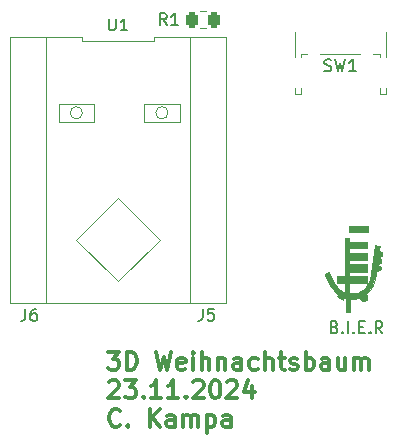
<source format=gto>
G04 #@! TF.GenerationSoftware,KiCad,Pcbnew,8.0.6*
G04 #@! TF.CreationDate,2024-11-23T11:54:57+01:00*
G04 #@! TF.ProjectId,ChristmasTreeBrain,43687269-7374-46d6-9173-547265654272,rev?*
G04 #@! TF.SameCoordinates,Original*
G04 #@! TF.FileFunction,Legend,Top*
G04 #@! TF.FilePolarity,Positive*
%FSLAX46Y46*%
G04 Gerber Fmt 4.6, Leading zero omitted, Abs format (unit mm)*
G04 Created by KiCad (PCBNEW 8.0.6) date 2024-11-23 11:54:57*
%MOMM*%
%LPD*%
G01*
G04 APERTURE LIST*
G04 Aperture macros list*
%AMRoundRect*
0 Rectangle with rounded corners*
0 $1 Rounding radius*
0 $2 $3 $4 $5 $6 $7 $8 $9 X,Y pos of 4 corners*
0 Add a 4 corners polygon primitive as box body*
4,1,4,$2,$3,$4,$5,$6,$7,$8,$9,$2,$3,0*
0 Add four circle primitives for the rounded corners*
1,1,$1+$1,$2,$3*
1,1,$1+$1,$4,$5*
1,1,$1+$1,$6,$7*
1,1,$1+$1,$8,$9*
0 Add four rect primitives between the rounded corners*
20,1,$1+$1,$2,$3,$4,$5,0*
20,1,$1+$1,$4,$5,$6,$7,0*
20,1,$1+$1,$6,$7,$8,$9,0*
20,1,$1+$1,$8,$9,$2,$3,0*%
G04 Aperture macros list end*
%ADD10C,0.100000*%
%ADD11C,0.150000*%
%ADD12C,0.200000*%
%ADD13C,0.300000*%
%ADD14C,0.010000*%
%ADD15C,0.120000*%
%ADD16C,2.100000*%
%ADD17C,1.750000*%
%ADD18O,2.000000X1.400000*%
%ADD19RoundRect,0.250000X0.262500X0.450000X-0.262500X0.450000X-0.262500X-0.450000X0.262500X-0.450000X0*%
%ADD20R,1.700000X1.700000*%
%ADD21O,1.700000X1.700000*%
G04 APERTURE END LIST*
D10*
X188360000Y-51570000D02*
G75*
G02*
X187320000Y-51570000I-520000J0D01*
G01*
X187320000Y-51570000D02*
G75*
G02*
X188360000Y-51570000I520000J0D01*
G01*
X195610000Y-51570000D02*
G75*
G02*
X194570000Y-51570000I-520000J0D01*
G01*
X194570000Y-51570000D02*
G75*
G02*
X195610000Y-51570000I520000J0D01*
G01*
X193590000Y-50820000D02*
X196590000Y-50820000D01*
X196590000Y-52320000D01*
X193590000Y-52320000D01*
X193590000Y-50820000D01*
X186350000Y-50820000D02*
X189350000Y-50820000D01*
X189350000Y-52320000D01*
X186350000Y-52320000D01*
X186350000Y-50820000D01*
X194913301Y-62317767D02*
X191377767Y-65853301D01*
X187842233Y-62317767D01*
X191377767Y-58782233D01*
X194913301Y-62317767D01*
D11*
X183532493Y-68179819D02*
X183532493Y-68894104D01*
X183532493Y-68894104D02*
X183484874Y-69036961D01*
X183484874Y-69036961D02*
X183389636Y-69132200D01*
X183389636Y-69132200D02*
X183246779Y-69179819D01*
X183246779Y-69179819D02*
X183151541Y-69179819D01*
X184437255Y-68179819D02*
X184246779Y-68179819D01*
X184246779Y-68179819D02*
X184151541Y-68227438D01*
X184151541Y-68227438D02*
X184103922Y-68275057D01*
X184103922Y-68275057D02*
X184008684Y-68417914D01*
X184008684Y-68417914D02*
X183961065Y-68608390D01*
X183961065Y-68608390D02*
X183961065Y-68989342D01*
X183961065Y-68989342D02*
X184008684Y-69084580D01*
X184008684Y-69084580D02*
X184056303Y-69132200D01*
X184056303Y-69132200D02*
X184151541Y-69179819D01*
X184151541Y-69179819D02*
X184342017Y-69179819D01*
X184342017Y-69179819D02*
X184437255Y-69132200D01*
X184437255Y-69132200D02*
X184484874Y-69084580D01*
X184484874Y-69084580D02*
X184532493Y-68989342D01*
X184532493Y-68989342D02*
X184532493Y-68751247D01*
X184532493Y-68751247D02*
X184484874Y-68656009D01*
X184484874Y-68656009D02*
X184437255Y-68608390D01*
X184437255Y-68608390D02*
X184342017Y-68560771D01*
X184342017Y-68560771D02*
X184151541Y-68560771D01*
X184151541Y-68560771D02*
X184056303Y-68608390D01*
X184056303Y-68608390D02*
X184008684Y-68656009D01*
X184008684Y-68656009D02*
X183961065Y-68751247D01*
X198532493Y-68159819D02*
X198532493Y-68874104D01*
X198532493Y-68874104D02*
X198484874Y-69016961D01*
X198484874Y-69016961D02*
X198389636Y-69112200D01*
X198389636Y-69112200D02*
X198246779Y-69159819D01*
X198246779Y-69159819D02*
X198151541Y-69159819D01*
X199484874Y-68159819D02*
X199008684Y-68159819D01*
X199008684Y-68159819D02*
X198961065Y-68636009D01*
X198961065Y-68636009D02*
X199008684Y-68588390D01*
X199008684Y-68588390D02*
X199103922Y-68540771D01*
X199103922Y-68540771D02*
X199342017Y-68540771D01*
X199342017Y-68540771D02*
X199437255Y-68588390D01*
X199437255Y-68588390D02*
X199484874Y-68636009D01*
X199484874Y-68636009D02*
X199532493Y-68731247D01*
X199532493Y-68731247D02*
X199532493Y-68969342D01*
X199532493Y-68969342D02*
X199484874Y-69064580D01*
X199484874Y-69064580D02*
X199437255Y-69112200D01*
X199437255Y-69112200D02*
X199342017Y-69159819D01*
X199342017Y-69159819D02*
X199103922Y-69159819D01*
X199103922Y-69159819D02*
X199008684Y-69112200D01*
X199008684Y-69112200D02*
X198961065Y-69064580D01*
D10*
X197440000Y-45140000D02*
X197440000Y-67690000D01*
X185280001Y-45140000D02*
X185280001Y-67650000D01*
D12*
X209703006Y-69713409D02*
X209845863Y-69761028D01*
X209845863Y-69761028D02*
X209893482Y-69808647D01*
X209893482Y-69808647D02*
X209941101Y-69903885D01*
X209941101Y-69903885D02*
X209941101Y-70046742D01*
X209941101Y-70046742D02*
X209893482Y-70141980D01*
X209893482Y-70141980D02*
X209845863Y-70189600D01*
X209845863Y-70189600D02*
X209750625Y-70237219D01*
X209750625Y-70237219D02*
X209369673Y-70237219D01*
X209369673Y-70237219D02*
X209369673Y-69237219D01*
X209369673Y-69237219D02*
X209703006Y-69237219D01*
X209703006Y-69237219D02*
X209798244Y-69284838D01*
X209798244Y-69284838D02*
X209845863Y-69332457D01*
X209845863Y-69332457D02*
X209893482Y-69427695D01*
X209893482Y-69427695D02*
X209893482Y-69522933D01*
X209893482Y-69522933D02*
X209845863Y-69618171D01*
X209845863Y-69618171D02*
X209798244Y-69665790D01*
X209798244Y-69665790D02*
X209703006Y-69713409D01*
X209703006Y-69713409D02*
X209369673Y-69713409D01*
X210369673Y-70141980D02*
X210417292Y-70189600D01*
X210417292Y-70189600D02*
X210369673Y-70237219D01*
X210369673Y-70237219D02*
X210322054Y-70189600D01*
X210322054Y-70189600D02*
X210369673Y-70141980D01*
X210369673Y-70141980D02*
X210369673Y-70237219D01*
X210845863Y-70237219D02*
X210845863Y-69237219D01*
X211322053Y-70141980D02*
X211369672Y-70189600D01*
X211369672Y-70189600D02*
X211322053Y-70237219D01*
X211322053Y-70237219D02*
X211274434Y-70189600D01*
X211274434Y-70189600D02*
X211322053Y-70141980D01*
X211322053Y-70141980D02*
X211322053Y-70237219D01*
X211798243Y-69713409D02*
X212131576Y-69713409D01*
X212274433Y-70237219D02*
X211798243Y-70237219D01*
X211798243Y-70237219D02*
X211798243Y-69237219D01*
X211798243Y-69237219D02*
X212274433Y-69237219D01*
X212703005Y-70141980D02*
X212750624Y-70189600D01*
X212750624Y-70189600D02*
X212703005Y-70237219D01*
X212703005Y-70237219D02*
X212655386Y-70189600D01*
X212655386Y-70189600D02*
X212703005Y-70141980D01*
X212703005Y-70141980D02*
X212703005Y-70237219D01*
X213750623Y-70237219D02*
X213417290Y-69761028D01*
X213179195Y-70237219D02*
X213179195Y-69237219D01*
X213179195Y-69237219D02*
X213560147Y-69237219D01*
X213560147Y-69237219D02*
X213655385Y-69284838D01*
X213655385Y-69284838D02*
X213703004Y-69332457D01*
X213703004Y-69332457D02*
X213750623Y-69427695D01*
X213750623Y-69427695D02*
X213750623Y-69570552D01*
X213750623Y-69570552D02*
X213703004Y-69665790D01*
X213703004Y-69665790D02*
X213655385Y-69713409D01*
X213655385Y-69713409D02*
X213560147Y-69761028D01*
X213560147Y-69761028D02*
X213179195Y-69761028D01*
D13*
X190541653Y-71820996D02*
X191470225Y-71820996D01*
X191470225Y-71820996D02*
X190970225Y-72392425D01*
X190970225Y-72392425D02*
X191184510Y-72392425D01*
X191184510Y-72392425D02*
X191327368Y-72463853D01*
X191327368Y-72463853D02*
X191398796Y-72535282D01*
X191398796Y-72535282D02*
X191470225Y-72678139D01*
X191470225Y-72678139D02*
X191470225Y-73035282D01*
X191470225Y-73035282D02*
X191398796Y-73178139D01*
X191398796Y-73178139D02*
X191327368Y-73249568D01*
X191327368Y-73249568D02*
X191184510Y-73320996D01*
X191184510Y-73320996D02*
X190755939Y-73320996D01*
X190755939Y-73320996D02*
X190613082Y-73249568D01*
X190613082Y-73249568D02*
X190541653Y-73178139D01*
X192113081Y-73320996D02*
X192113081Y-71820996D01*
X192113081Y-71820996D02*
X192470224Y-71820996D01*
X192470224Y-71820996D02*
X192684510Y-71892425D01*
X192684510Y-71892425D02*
X192827367Y-72035282D01*
X192827367Y-72035282D02*
X192898796Y-72178139D01*
X192898796Y-72178139D02*
X192970224Y-72463853D01*
X192970224Y-72463853D02*
X192970224Y-72678139D01*
X192970224Y-72678139D02*
X192898796Y-72963853D01*
X192898796Y-72963853D02*
X192827367Y-73106710D01*
X192827367Y-73106710D02*
X192684510Y-73249568D01*
X192684510Y-73249568D02*
X192470224Y-73320996D01*
X192470224Y-73320996D02*
X192113081Y-73320996D01*
X194613081Y-71820996D02*
X194970224Y-73320996D01*
X194970224Y-73320996D02*
X195255938Y-72249568D01*
X195255938Y-72249568D02*
X195541653Y-73320996D01*
X195541653Y-73320996D02*
X195898796Y-71820996D01*
X197041653Y-73249568D02*
X196898796Y-73320996D01*
X196898796Y-73320996D02*
X196613082Y-73320996D01*
X196613082Y-73320996D02*
X196470224Y-73249568D01*
X196470224Y-73249568D02*
X196398796Y-73106710D01*
X196398796Y-73106710D02*
X196398796Y-72535282D01*
X196398796Y-72535282D02*
X196470224Y-72392425D01*
X196470224Y-72392425D02*
X196613082Y-72320996D01*
X196613082Y-72320996D02*
X196898796Y-72320996D01*
X196898796Y-72320996D02*
X197041653Y-72392425D01*
X197041653Y-72392425D02*
X197113082Y-72535282D01*
X197113082Y-72535282D02*
X197113082Y-72678139D01*
X197113082Y-72678139D02*
X196398796Y-72820996D01*
X197755938Y-73320996D02*
X197755938Y-72320996D01*
X197755938Y-71820996D02*
X197684510Y-71892425D01*
X197684510Y-71892425D02*
X197755938Y-71963853D01*
X197755938Y-71963853D02*
X197827367Y-71892425D01*
X197827367Y-71892425D02*
X197755938Y-71820996D01*
X197755938Y-71820996D02*
X197755938Y-71963853D01*
X198470224Y-73320996D02*
X198470224Y-71820996D01*
X199113082Y-73320996D02*
X199113082Y-72535282D01*
X199113082Y-72535282D02*
X199041653Y-72392425D01*
X199041653Y-72392425D02*
X198898796Y-72320996D01*
X198898796Y-72320996D02*
X198684510Y-72320996D01*
X198684510Y-72320996D02*
X198541653Y-72392425D01*
X198541653Y-72392425D02*
X198470224Y-72463853D01*
X199827367Y-72320996D02*
X199827367Y-73320996D01*
X199827367Y-72463853D02*
X199898796Y-72392425D01*
X199898796Y-72392425D02*
X200041653Y-72320996D01*
X200041653Y-72320996D02*
X200255939Y-72320996D01*
X200255939Y-72320996D02*
X200398796Y-72392425D01*
X200398796Y-72392425D02*
X200470225Y-72535282D01*
X200470225Y-72535282D02*
X200470225Y-73320996D01*
X201827368Y-73320996D02*
X201827368Y-72535282D01*
X201827368Y-72535282D02*
X201755939Y-72392425D01*
X201755939Y-72392425D02*
X201613082Y-72320996D01*
X201613082Y-72320996D02*
X201327368Y-72320996D01*
X201327368Y-72320996D02*
X201184510Y-72392425D01*
X201827368Y-73249568D02*
X201684510Y-73320996D01*
X201684510Y-73320996D02*
X201327368Y-73320996D01*
X201327368Y-73320996D02*
X201184510Y-73249568D01*
X201184510Y-73249568D02*
X201113082Y-73106710D01*
X201113082Y-73106710D02*
X201113082Y-72963853D01*
X201113082Y-72963853D02*
X201184510Y-72820996D01*
X201184510Y-72820996D02*
X201327368Y-72749568D01*
X201327368Y-72749568D02*
X201684510Y-72749568D01*
X201684510Y-72749568D02*
X201827368Y-72678139D01*
X203184511Y-73249568D02*
X203041653Y-73320996D01*
X203041653Y-73320996D02*
X202755939Y-73320996D01*
X202755939Y-73320996D02*
X202613082Y-73249568D01*
X202613082Y-73249568D02*
X202541653Y-73178139D01*
X202541653Y-73178139D02*
X202470225Y-73035282D01*
X202470225Y-73035282D02*
X202470225Y-72606710D01*
X202470225Y-72606710D02*
X202541653Y-72463853D01*
X202541653Y-72463853D02*
X202613082Y-72392425D01*
X202613082Y-72392425D02*
X202755939Y-72320996D01*
X202755939Y-72320996D02*
X203041653Y-72320996D01*
X203041653Y-72320996D02*
X203184511Y-72392425D01*
X203827367Y-73320996D02*
X203827367Y-71820996D01*
X204470225Y-73320996D02*
X204470225Y-72535282D01*
X204470225Y-72535282D02*
X204398796Y-72392425D01*
X204398796Y-72392425D02*
X204255939Y-72320996D01*
X204255939Y-72320996D02*
X204041653Y-72320996D01*
X204041653Y-72320996D02*
X203898796Y-72392425D01*
X203898796Y-72392425D02*
X203827367Y-72463853D01*
X204970225Y-72320996D02*
X205541653Y-72320996D01*
X205184510Y-71820996D02*
X205184510Y-73106710D01*
X205184510Y-73106710D02*
X205255939Y-73249568D01*
X205255939Y-73249568D02*
X205398796Y-73320996D01*
X205398796Y-73320996D02*
X205541653Y-73320996D01*
X205970225Y-73249568D02*
X206113082Y-73320996D01*
X206113082Y-73320996D02*
X206398796Y-73320996D01*
X206398796Y-73320996D02*
X206541653Y-73249568D01*
X206541653Y-73249568D02*
X206613082Y-73106710D01*
X206613082Y-73106710D02*
X206613082Y-73035282D01*
X206613082Y-73035282D02*
X206541653Y-72892425D01*
X206541653Y-72892425D02*
X206398796Y-72820996D01*
X206398796Y-72820996D02*
X206184511Y-72820996D01*
X206184511Y-72820996D02*
X206041653Y-72749568D01*
X206041653Y-72749568D02*
X205970225Y-72606710D01*
X205970225Y-72606710D02*
X205970225Y-72535282D01*
X205970225Y-72535282D02*
X206041653Y-72392425D01*
X206041653Y-72392425D02*
X206184511Y-72320996D01*
X206184511Y-72320996D02*
X206398796Y-72320996D01*
X206398796Y-72320996D02*
X206541653Y-72392425D01*
X207255939Y-73320996D02*
X207255939Y-71820996D01*
X207255939Y-72392425D02*
X207398797Y-72320996D01*
X207398797Y-72320996D02*
X207684511Y-72320996D01*
X207684511Y-72320996D02*
X207827368Y-72392425D01*
X207827368Y-72392425D02*
X207898797Y-72463853D01*
X207898797Y-72463853D02*
X207970225Y-72606710D01*
X207970225Y-72606710D02*
X207970225Y-73035282D01*
X207970225Y-73035282D02*
X207898797Y-73178139D01*
X207898797Y-73178139D02*
X207827368Y-73249568D01*
X207827368Y-73249568D02*
X207684511Y-73320996D01*
X207684511Y-73320996D02*
X207398797Y-73320996D01*
X207398797Y-73320996D02*
X207255939Y-73249568D01*
X209255940Y-73320996D02*
X209255940Y-72535282D01*
X209255940Y-72535282D02*
X209184511Y-72392425D01*
X209184511Y-72392425D02*
X209041654Y-72320996D01*
X209041654Y-72320996D02*
X208755940Y-72320996D01*
X208755940Y-72320996D02*
X208613082Y-72392425D01*
X209255940Y-73249568D02*
X209113082Y-73320996D01*
X209113082Y-73320996D02*
X208755940Y-73320996D01*
X208755940Y-73320996D02*
X208613082Y-73249568D01*
X208613082Y-73249568D02*
X208541654Y-73106710D01*
X208541654Y-73106710D02*
X208541654Y-72963853D01*
X208541654Y-72963853D02*
X208613082Y-72820996D01*
X208613082Y-72820996D02*
X208755940Y-72749568D01*
X208755940Y-72749568D02*
X209113082Y-72749568D01*
X209113082Y-72749568D02*
X209255940Y-72678139D01*
X210613083Y-72320996D02*
X210613083Y-73320996D01*
X209970225Y-72320996D02*
X209970225Y-73106710D01*
X209970225Y-73106710D02*
X210041654Y-73249568D01*
X210041654Y-73249568D02*
X210184511Y-73320996D01*
X210184511Y-73320996D02*
X210398797Y-73320996D01*
X210398797Y-73320996D02*
X210541654Y-73249568D01*
X210541654Y-73249568D02*
X210613083Y-73178139D01*
X211327368Y-73320996D02*
X211327368Y-72320996D01*
X211327368Y-72463853D02*
X211398797Y-72392425D01*
X211398797Y-72392425D02*
X211541654Y-72320996D01*
X211541654Y-72320996D02*
X211755940Y-72320996D01*
X211755940Y-72320996D02*
X211898797Y-72392425D01*
X211898797Y-72392425D02*
X211970226Y-72535282D01*
X211970226Y-72535282D02*
X211970226Y-73320996D01*
X211970226Y-72535282D02*
X212041654Y-72392425D01*
X212041654Y-72392425D02*
X212184511Y-72320996D01*
X212184511Y-72320996D02*
X212398797Y-72320996D01*
X212398797Y-72320996D02*
X212541654Y-72392425D01*
X212541654Y-72392425D02*
X212613083Y-72535282D01*
X212613083Y-72535282D02*
X212613083Y-73320996D01*
X190613082Y-74378769D02*
X190684510Y-74307341D01*
X190684510Y-74307341D02*
X190827368Y-74235912D01*
X190827368Y-74235912D02*
X191184510Y-74235912D01*
X191184510Y-74235912D02*
X191327368Y-74307341D01*
X191327368Y-74307341D02*
X191398796Y-74378769D01*
X191398796Y-74378769D02*
X191470225Y-74521626D01*
X191470225Y-74521626D02*
X191470225Y-74664484D01*
X191470225Y-74664484D02*
X191398796Y-74878769D01*
X191398796Y-74878769D02*
X190541653Y-75735912D01*
X190541653Y-75735912D02*
X191470225Y-75735912D01*
X191970224Y-74235912D02*
X192898796Y-74235912D01*
X192898796Y-74235912D02*
X192398796Y-74807341D01*
X192398796Y-74807341D02*
X192613081Y-74807341D01*
X192613081Y-74807341D02*
X192755939Y-74878769D01*
X192755939Y-74878769D02*
X192827367Y-74950198D01*
X192827367Y-74950198D02*
X192898796Y-75093055D01*
X192898796Y-75093055D02*
X192898796Y-75450198D01*
X192898796Y-75450198D02*
X192827367Y-75593055D01*
X192827367Y-75593055D02*
X192755939Y-75664484D01*
X192755939Y-75664484D02*
X192613081Y-75735912D01*
X192613081Y-75735912D02*
X192184510Y-75735912D01*
X192184510Y-75735912D02*
X192041653Y-75664484D01*
X192041653Y-75664484D02*
X191970224Y-75593055D01*
X193541652Y-75593055D02*
X193613081Y-75664484D01*
X193613081Y-75664484D02*
X193541652Y-75735912D01*
X193541652Y-75735912D02*
X193470224Y-75664484D01*
X193470224Y-75664484D02*
X193541652Y-75593055D01*
X193541652Y-75593055D02*
X193541652Y-75735912D01*
X195041653Y-75735912D02*
X194184510Y-75735912D01*
X194613081Y-75735912D02*
X194613081Y-74235912D01*
X194613081Y-74235912D02*
X194470224Y-74450198D01*
X194470224Y-74450198D02*
X194327367Y-74593055D01*
X194327367Y-74593055D02*
X194184510Y-74664484D01*
X196470224Y-75735912D02*
X195613081Y-75735912D01*
X196041652Y-75735912D02*
X196041652Y-74235912D01*
X196041652Y-74235912D02*
X195898795Y-74450198D01*
X195898795Y-74450198D02*
X195755938Y-74593055D01*
X195755938Y-74593055D02*
X195613081Y-74664484D01*
X197113080Y-75593055D02*
X197184509Y-75664484D01*
X197184509Y-75664484D02*
X197113080Y-75735912D01*
X197113080Y-75735912D02*
X197041652Y-75664484D01*
X197041652Y-75664484D02*
X197113080Y-75593055D01*
X197113080Y-75593055D02*
X197113080Y-75735912D01*
X197755938Y-74378769D02*
X197827366Y-74307341D01*
X197827366Y-74307341D02*
X197970224Y-74235912D01*
X197970224Y-74235912D02*
X198327366Y-74235912D01*
X198327366Y-74235912D02*
X198470224Y-74307341D01*
X198470224Y-74307341D02*
X198541652Y-74378769D01*
X198541652Y-74378769D02*
X198613081Y-74521626D01*
X198613081Y-74521626D02*
X198613081Y-74664484D01*
X198613081Y-74664484D02*
X198541652Y-74878769D01*
X198541652Y-74878769D02*
X197684509Y-75735912D01*
X197684509Y-75735912D02*
X198613081Y-75735912D01*
X199541652Y-74235912D02*
X199684509Y-74235912D01*
X199684509Y-74235912D02*
X199827366Y-74307341D01*
X199827366Y-74307341D02*
X199898795Y-74378769D01*
X199898795Y-74378769D02*
X199970223Y-74521626D01*
X199970223Y-74521626D02*
X200041652Y-74807341D01*
X200041652Y-74807341D02*
X200041652Y-75164484D01*
X200041652Y-75164484D02*
X199970223Y-75450198D01*
X199970223Y-75450198D02*
X199898795Y-75593055D01*
X199898795Y-75593055D02*
X199827366Y-75664484D01*
X199827366Y-75664484D02*
X199684509Y-75735912D01*
X199684509Y-75735912D02*
X199541652Y-75735912D01*
X199541652Y-75735912D02*
X199398795Y-75664484D01*
X199398795Y-75664484D02*
X199327366Y-75593055D01*
X199327366Y-75593055D02*
X199255937Y-75450198D01*
X199255937Y-75450198D02*
X199184509Y-75164484D01*
X199184509Y-75164484D02*
X199184509Y-74807341D01*
X199184509Y-74807341D02*
X199255937Y-74521626D01*
X199255937Y-74521626D02*
X199327366Y-74378769D01*
X199327366Y-74378769D02*
X199398795Y-74307341D01*
X199398795Y-74307341D02*
X199541652Y-74235912D01*
X200613080Y-74378769D02*
X200684508Y-74307341D01*
X200684508Y-74307341D02*
X200827366Y-74235912D01*
X200827366Y-74235912D02*
X201184508Y-74235912D01*
X201184508Y-74235912D02*
X201327366Y-74307341D01*
X201327366Y-74307341D02*
X201398794Y-74378769D01*
X201398794Y-74378769D02*
X201470223Y-74521626D01*
X201470223Y-74521626D02*
X201470223Y-74664484D01*
X201470223Y-74664484D02*
X201398794Y-74878769D01*
X201398794Y-74878769D02*
X200541651Y-75735912D01*
X200541651Y-75735912D02*
X201470223Y-75735912D01*
X202755937Y-74735912D02*
X202755937Y-75735912D01*
X202398794Y-74164484D02*
X202041651Y-75235912D01*
X202041651Y-75235912D02*
X202970222Y-75235912D01*
X191541653Y-78007971D02*
X191470225Y-78079400D01*
X191470225Y-78079400D02*
X191255939Y-78150828D01*
X191255939Y-78150828D02*
X191113082Y-78150828D01*
X191113082Y-78150828D02*
X190898796Y-78079400D01*
X190898796Y-78079400D02*
X190755939Y-77936542D01*
X190755939Y-77936542D02*
X190684510Y-77793685D01*
X190684510Y-77793685D02*
X190613082Y-77507971D01*
X190613082Y-77507971D02*
X190613082Y-77293685D01*
X190613082Y-77293685D02*
X190684510Y-77007971D01*
X190684510Y-77007971D02*
X190755939Y-76865114D01*
X190755939Y-76865114D02*
X190898796Y-76722257D01*
X190898796Y-76722257D02*
X191113082Y-76650828D01*
X191113082Y-76650828D02*
X191255939Y-76650828D01*
X191255939Y-76650828D02*
X191470225Y-76722257D01*
X191470225Y-76722257D02*
X191541653Y-76793685D01*
X192184510Y-78007971D02*
X192255939Y-78079400D01*
X192255939Y-78079400D02*
X192184510Y-78150828D01*
X192184510Y-78150828D02*
X192113082Y-78079400D01*
X192113082Y-78079400D02*
X192184510Y-78007971D01*
X192184510Y-78007971D02*
X192184510Y-78150828D01*
X194041653Y-78150828D02*
X194041653Y-76650828D01*
X194898796Y-78150828D02*
X194255939Y-77293685D01*
X194898796Y-76650828D02*
X194041653Y-77507971D01*
X196184511Y-78150828D02*
X196184511Y-77365114D01*
X196184511Y-77365114D02*
X196113082Y-77222257D01*
X196113082Y-77222257D02*
X195970225Y-77150828D01*
X195970225Y-77150828D02*
X195684511Y-77150828D01*
X195684511Y-77150828D02*
X195541653Y-77222257D01*
X196184511Y-78079400D02*
X196041653Y-78150828D01*
X196041653Y-78150828D02*
X195684511Y-78150828D01*
X195684511Y-78150828D02*
X195541653Y-78079400D01*
X195541653Y-78079400D02*
X195470225Y-77936542D01*
X195470225Y-77936542D02*
X195470225Y-77793685D01*
X195470225Y-77793685D02*
X195541653Y-77650828D01*
X195541653Y-77650828D02*
X195684511Y-77579400D01*
X195684511Y-77579400D02*
X196041653Y-77579400D01*
X196041653Y-77579400D02*
X196184511Y-77507971D01*
X196898796Y-78150828D02*
X196898796Y-77150828D01*
X196898796Y-77293685D02*
X196970225Y-77222257D01*
X196970225Y-77222257D02*
X197113082Y-77150828D01*
X197113082Y-77150828D02*
X197327368Y-77150828D01*
X197327368Y-77150828D02*
X197470225Y-77222257D01*
X197470225Y-77222257D02*
X197541654Y-77365114D01*
X197541654Y-77365114D02*
X197541654Y-78150828D01*
X197541654Y-77365114D02*
X197613082Y-77222257D01*
X197613082Y-77222257D02*
X197755939Y-77150828D01*
X197755939Y-77150828D02*
X197970225Y-77150828D01*
X197970225Y-77150828D02*
X198113082Y-77222257D01*
X198113082Y-77222257D02*
X198184511Y-77365114D01*
X198184511Y-77365114D02*
X198184511Y-78150828D01*
X198898796Y-77150828D02*
X198898796Y-78650828D01*
X198898796Y-77222257D02*
X199041654Y-77150828D01*
X199041654Y-77150828D02*
X199327368Y-77150828D01*
X199327368Y-77150828D02*
X199470225Y-77222257D01*
X199470225Y-77222257D02*
X199541654Y-77293685D01*
X199541654Y-77293685D02*
X199613082Y-77436542D01*
X199613082Y-77436542D02*
X199613082Y-77865114D01*
X199613082Y-77865114D02*
X199541654Y-78007971D01*
X199541654Y-78007971D02*
X199470225Y-78079400D01*
X199470225Y-78079400D02*
X199327368Y-78150828D01*
X199327368Y-78150828D02*
X199041654Y-78150828D01*
X199041654Y-78150828D02*
X198898796Y-78079400D01*
X200898797Y-78150828D02*
X200898797Y-77365114D01*
X200898797Y-77365114D02*
X200827368Y-77222257D01*
X200827368Y-77222257D02*
X200684511Y-77150828D01*
X200684511Y-77150828D02*
X200398797Y-77150828D01*
X200398797Y-77150828D02*
X200255939Y-77222257D01*
X200898797Y-78079400D02*
X200755939Y-78150828D01*
X200755939Y-78150828D02*
X200398797Y-78150828D01*
X200398797Y-78150828D02*
X200255939Y-78079400D01*
X200255939Y-78079400D02*
X200184511Y-77936542D01*
X200184511Y-77936542D02*
X200184511Y-77793685D01*
X200184511Y-77793685D02*
X200255939Y-77650828D01*
X200255939Y-77650828D02*
X200398797Y-77579400D01*
X200398797Y-77579400D02*
X200755939Y-77579400D01*
X200755939Y-77579400D02*
X200898797Y-77507971D01*
D11*
X208846667Y-47997200D02*
X208989524Y-48044819D01*
X208989524Y-48044819D02*
X209227619Y-48044819D01*
X209227619Y-48044819D02*
X209322857Y-47997200D01*
X209322857Y-47997200D02*
X209370476Y-47949580D01*
X209370476Y-47949580D02*
X209418095Y-47854342D01*
X209418095Y-47854342D02*
X209418095Y-47759104D01*
X209418095Y-47759104D02*
X209370476Y-47663866D01*
X209370476Y-47663866D02*
X209322857Y-47616247D01*
X209322857Y-47616247D02*
X209227619Y-47568628D01*
X209227619Y-47568628D02*
X209037143Y-47521009D01*
X209037143Y-47521009D02*
X208941905Y-47473390D01*
X208941905Y-47473390D02*
X208894286Y-47425771D01*
X208894286Y-47425771D02*
X208846667Y-47330533D01*
X208846667Y-47330533D02*
X208846667Y-47235295D01*
X208846667Y-47235295D02*
X208894286Y-47140057D01*
X208894286Y-47140057D02*
X208941905Y-47092438D01*
X208941905Y-47092438D02*
X209037143Y-47044819D01*
X209037143Y-47044819D02*
X209275238Y-47044819D01*
X209275238Y-47044819D02*
X209418095Y-47092438D01*
X209751429Y-47044819D02*
X209989524Y-48044819D01*
X209989524Y-48044819D02*
X210180000Y-47330533D01*
X210180000Y-47330533D02*
X210370476Y-48044819D01*
X210370476Y-48044819D02*
X210608572Y-47044819D01*
X211513333Y-48044819D02*
X210941905Y-48044819D01*
X211227619Y-48044819D02*
X211227619Y-47044819D01*
X211227619Y-47044819D02*
X211132381Y-47187676D01*
X211132381Y-47187676D02*
X211037143Y-47282914D01*
X211037143Y-47282914D02*
X210941905Y-47330533D01*
X190598095Y-43594819D02*
X190598095Y-44404342D01*
X190598095Y-44404342D02*
X190645714Y-44499580D01*
X190645714Y-44499580D02*
X190693333Y-44547200D01*
X190693333Y-44547200D02*
X190788571Y-44594819D01*
X190788571Y-44594819D02*
X190979047Y-44594819D01*
X190979047Y-44594819D02*
X191074285Y-44547200D01*
X191074285Y-44547200D02*
X191121904Y-44499580D01*
X191121904Y-44499580D02*
X191169523Y-44404342D01*
X191169523Y-44404342D02*
X191169523Y-43594819D01*
X192169523Y-44594819D02*
X191598095Y-44594819D01*
X191883809Y-44594819D02*
X191883809Y-43594819D01*
X191883809Y-43594819D02*
X191788571Y-43737676D01*
X191788571Y-43737676D02*
X191693333Y-43832914D01*
X191693333Y-43832914D02*
X191598095Y-43880533D01*
X195493333Y-44144819D02*
X195160000Y-43668628D01*
X194921905Y-44144819D02*
X194921905Y-43144819D01*
X194921905Y-43144819D02*
X195302857Y-43144819D01*
X195302857Y-43144819D02*
X195398095Y-43192438D01*
X195398095Y-43192438D02*
X195445714Y-43240057D01*
X195445714Y-43240057D02*
X195493333Y-43335295D01*
X195493333Y-43335295D02*
X195493333Y-43478152D01*
X195493333Y-43478152D02*
X195445714Y-43573390D01*
X195445714Y-43573390D02*
X195398095Y-43621009D01*
X195398095Y-43621009D02*
X195302857Y-43668628D01*
X195302857Y-43668628D02*
X194921905Y-43668628D01*
X196445714Y-44144819D02*
X195874286Y-44144819D01*
X196160000Y-44144819D02*
X196160000Y-43144819D01*
X196160000Y-43144819D02*
X196064762Y-43287676D01*
X196064762Y-43287676D02*
X195969524Y-43382914D01*
X195969524Y-43382914D02*
X195874286Y-43430533D01*
D14*
X212497111Y-61647333D02*
X210944889Y-61647333D01*
X210944889Y-61125222D01*
X212497111Y-61125222D01*
X212497111Y-61647333D01*
G36*
X212497111Y-61647333D02*
G01*
X210944889Y-61647333D01*
X210944889Y-61125222D01*
X212497111Y-61125222D01*
X212497111Y-61647333D01*
G37*
X210933843Y-62314083D02*
X210937833Y-62472833D01*
X211675139Y-62476486D01*
X212412445Y-62480140D01*
X212412445Y-63044333D01*
X210930778Y-63044333D01*
X210930778Y-63439444D01*
X212412445Y-63439444D01*
X212412445Y-64045965D01*
X211689250Y-64049621D01*
X210966056Y-64053277D01*
X210966056Y-64406055D01*
X211689250Y-64409711D01*
X212412445Y-64413367D01*
X212412445Y-65019632D01*
X211689250Y-65023288D01*
X210966056Y-65026944D01*
X210966056Y-65379722D01*
X211689250Y-65383378D01*
X212412445Y-65387034D01*
X212412445Y-65993555D01*
X210958586Y-65993555D01*
X210966056Y-66847277D01*
X211190881Y-66851176D01*
X211328575Y-66850856D01*
X211446358Y-66843943D01*
X211552005Y-66829323D01*
X211653290Y-66805884D01*
X211757986Y-66772514D01*
X211769600Y-66768350D01*
X211927547Y-66696958D01*
X212079857Y-66600318D01*
X212223623Y-66481272D01*
X212355938Y-66342662D01*
X212473894Y-66187331D01*
X212574584Y-66018120D01*
X212609195Y-65947575D01*
X212628534Y-65905412D01*
X212645988Y-65866037D01*
X212661902Y-65827613D01*
X212676622Y-65788307D01*
X212690494Y-65746285D01*
X212703864Y-65699712D01*
X212717076Y-65646754D01*
X212730478Y-65585576D01*
X212744413Y-65514344D01*
X212759229Y-65431224D01*
X212775270Y-65334381D01*
X212792882Y-65221980D01*
X212812411Y-65092188D01*
X212834203Y-64943170D01*
X212858603Y-64773092D01*
X212885957Y-64580118D01*
X212916609Y-64362416D01*
X212942187Y-64180277D01*
X212969525Y-63986022D01*
X212995884Y-63799688D01*
X213020990Y-63623174D01*
X213044566Y-63458380D01*
X213066335Y-63307204D01*
X213086022Y-63171546D01*
X213103350Y-63053304D01*
X213118042Y-62954377D01*
X213129823Y-62876665D01*
X213138417Y-62822066D01*
X213143546Y-62792479D01*
X213144789Y-62787558D01*
X213160389Y-62787477D01*
X213196986Y-62793242D01*
X213248315Y-62803400D01*
X213308112Y-62816497D01*
X213370112Y-62831078D01*
X213428049Y-62845689D01*
X213475661Y-62858877D01*
X213506682Y-62869187D01*
X213514778Y-62873438D01*
X213516330Y-62889838D01*
X213514566Y-62928892D01*
X213509877Y-62985277D01*
X213502651Y-63053667D01*
X213499948Y-63076540D01*
X213491874Y-63147375D01*
X213485959Y-63207645D01*
X213482646Y-63252094D01*
X213482377Y-63275466D01*
X213482994Y-63277624D01*
X213500820Y-63282948D01*
X213520005Y-63284222D01*
X213575512Y-63293295D01*
X213637767Y-63316729D01*
X213693649Y-63348839D01*
X213719217Y-63370485D01*
X213742417Y-63398197D01*
X213754692Y-63426186D01*
X213759342Y-63465003D01*
X213759838Y-63500412D01*
X213748551Y-63586777D01*
X213715056Y-63655915D01*
X213659191Y-63707988D01*
X213580795Y-63743161D01*
X213505377Y-63758779D01*
X213445685Y-63769121D01*
X213409230Y-63783202D01*
X213391032Y-63804204D01*
X213386111Y-63835052D01*
X213389111Y-63863595D01*
X213403900Y-63874973D01*
X213433394Y-63876888D01*
X213516931Y-63888628D01*
X213586004Y-63921272D01*
X213638024Y-63970961D01*
X213670402Y-64033833D01*
X213680549Y-64106028D01*
X213665876Y-64183685D01*
X213655774Y-64208500D01*
X213611678Y-64277737D01*
X213550581Y-64328468D01*
X213469836Y-64362334D01*
X213380097Y-64379530D01*
X213335358Y-64385743D01*
X213311893Y-64393707D01*
X213302868Y-64407731D01*
X213301445Y-64429165D01*
X213307201Y-64459615D01*
X213320050Y-64469555D01*
X213378117Y-64479147D01*
X213444449Y-64504651D01*
X213508257Y-64541159D01*
X213548857Y-64573655D01*
X213584346Y-64609850D01*
X213603286Y-64638149D01*
X213610757Y-64668786D01*
X213611889Y-64700670D01*
X213600103Y-64781369D01*
X213564508Y-64848069D01*
X213504746Y-64901102D01*
X213420460Y-64940798D01*
X213326077Y-64964894D01*
X213276245Y-64975026D01*
X213247489Y-64984996D01*
X213232974Y-64998799D01*
X213225861Y-65020429D01*
X213225158Y-65023847D01*
X213219474Y-65067120D01*
X213216806Y-65116666D01*
X213216778Y-65121391D01*
X213213403Y-65182223D01*
X213203997Y-65263837D01*
X213189634Y-65359705D01*
X213171392Y-65463297D01*
X213150345Y-65568083D01*
X213127571Y-65667534D01*
X213125202Y-65677088D01*
X213051958Y-65923350D01*
X212959504Y-66150543D01*
X212846158Y-66361716D01*
X212710238Y-66559916D01*
X212550065Y-66748194D01*
X212513513Y-66786425D01*
X212407801Y-66894906D01*
X212448261Y-66983981D01*
X212476795Y-67065825D01*
X212493032Y-67153700D01*
X212495921Y-67237870D01*
X212484411Y-67308604D01*
X212483577Y-67311195D01*
X212458341Y-67356753D01*
X212415190Y-67406133D01*
X212362154Y-67452050D01*
X212307262Y-67487218D01*
X212274661Y-67500780D01*
X212196595Y-67515338D01*
X212116521Y-67515322D01*
X212045410Y-67501174D01*
X212019665Y-67490522D01*
X211965189Y-67453252D01*
X211907299Y-67398037D01*
X211853628Y-67332903D01*
X211819364Y-67279947D01*
X211805043Y-67254085D01*
X211792828Y-67237118D01*
X211777610Y-67228819D01*
X211754277Y-67228959D01*
X211717721Y-67237311D01*
X211662831Y-67253646D01*
X211608111Y-67270522D01*
X211461282Y-67307691D01*
X211303508Y-67333929D01*
X211149217Y-67347048D01*
X211096583Y-67348139D01*
X210973111Y-67348222D01*
X210973111Y-68463000D01*
X210634445Y-68463000D01*
X210634445Y-67290337D01*
X210585509Y-67269891D01*
X210548406Y-67256349D01*
X210520741Y-67249611D01*
X210517967Y-67249444D01*
X210502544Y-67261160D01*
X210480375Y-67291796D01*
X210457541Y-67332300D01*
X210415722Y-67415157D01*
X210187313Y-67272328D01*
X210115476Y-67227209D01*
X210051869Y-67186883D01*
X210000382Y-67153848D01*
X209964902Y-67130597D01*
X209949318Y-67119628D01*
X209949137Y-67119453D01*
X209950932Y-67103252D01*
X209965502Y-67071383D01*
X209984866Y-67038506D01*
X210030362Y-66967606D01*
X209947875Y-66893801D01*
X209755611Y-66709619D01*
X209582276Y-66517000D01*
X209423314Y-66310271D01*
X209274173Y-66083759D01*
X209208202Y-65972388D01*
X209176727Y-65915731D01*
X209139336Y-65845479D01*
X209097970Y-65765588D01*
X209054569Y-65680013D01*
X209011075Y-65592711D01*
X208969427Y-65507636D01*
X208931567Y-65428745D01*
X208899434Y-65359992D01*
X208874970Y-65305335D01*
X208860114Y-65268727D01*
X208856444Y-65255369D01*
X208868314Y-65244074D01*
X208900205Y-65223788D01*
X208946544Y-65197407D01*
X209001756Y-65167828D01*
X209060267Y-65137947D01*
X209116503Y-65110660D01*
X209164888Y-65088865D01*
X209199850Y-65075457D01*
X209206094Y-65073692D01*
X209219610Y-65084302D01*
X209241166Y-65118682D01*
X209269185Y-65174066D01*
X209292083Y-65224500D01*
X209417492Y-65496757D01*
X209543242Y-65741242D01*
X209669599Y-65958402D01*
X209796832Y-66148687D01*
X209925209Y-66312547D01*
X209973104Y-66366623D01*
X210072082Y-66465902D01*
X210184227Y-66563973D01*
X210301177Y-66654127D01*
X210414568Y-66729653D01*
X210454595Y-66752907D01*
X210510396Y-66782992D01*
X210557915Y-66807081D01*
X210591272Y-66822281D01*
X210603535Y-66826111D01*
X210608658Y-66818742D01*
X210612729Y-66795217D01*
X210615834Y-66753406D01*
X210618057Y-66691179D01*
X210619485Y-66606405D01*
X210620205Y-66496956D01*
X210620333Y-66409833D01*
X210620333Y-65993555D01*
X209943000Y-65993555D01*
X209943000Y-65386777D01*
X210620333Y-65386777D01*
X210620333Y-62155333D01*
X210929854Y-62155333D01*
X210933843Y-62314083D01*
G36*
X210933843Y-62314083D02*
G01*
X210937833Y-62472833D01*
X211675139Y-62476486D01*
X212412445Y-62480140D01*
X212412445Y-63044333D01*
X210930778Y-63044333D01*
X210930778Y-63439444D01*
X212412445Y-63439444D01*
X212412445Y-64045965D01*
X211689250Y-64049621D01*
X210966056Y-64053277D01*
X210966056Y-64406055D01*
X211689250Y-64409711D01*
X212412445Y-64413367D01*
X212412445Y-65019632D01*
X211689250Y-65023288D01*
X210966056Y-65026944D01*
X210966056Y-65379722D01*
X211689250Y-65383378D01*
X212412445Y-65387034D01*
X212412445Y-65993555D01*
X210958586Y-65993555D01*
X210966056Y-66847277D01*
X211190881Y-66851176D01*
X211328575Y-66850856D01*
X211446358Y-66843943D01*
X211552005Y-66829323D01*
X211653290Y-66805884D01*
X211757986Y-66772514D01*
X211769600Y-66768350D01*
X211927547Y-66696958D01*
X212079857Y-66600318D01*
X212223623Y-66481272D01*
X212355938Y-66342662D01*
X212473894Y-66187331D01*
X212574584Y-66018120D01*
X212609195Y-65947575D01*
X212628534Y-65905412D01*
X212645988Y-65866037D01*
X212661902Y-65827613D01*
X212676622Y-65788307D01*
X212690494Y-65746285D01*
X212703864Y-65699712D01*
X212717076Y-65646754D01*
X212730478Y-65585576D01*
X212744413Y-65514344D01*
X212759229Y-65431224D01*
X212775270Y-65334381D01*
X212792882Y-65221980D01*
X212812411Y-65092188D01*
X212834203Y-64943170D01*
X212858603Y-64773092D01*
X212885957Y-64580118D01*
X212916609Y-64362416D01*
X212942187Y-64180277D01*
X212969525Y-63986022D01*
X212995884Y-63799688D01*
X213020990Y-63623174D01*
X213044566Y-63458380D01*
X213066335Y-63307204D01*
X213086022Y-63171546D01*
X213103350Y-63053304D01*
X213118042Y-62954377D01*
X213129823Y-62876665D01*
X213138417Y-62822066D01*
X213143546Y-62792479D01*
X213144789Y-62787558D01*
X213160389Y-62787477D01*
X213196986Y-62793242D01*
X213248315Y-62803400D01*
X213308112Y-62816497D01*
X213370112Y-62831078D01*
X213428049Y-62845689D01*
X213475661Y-62858877D01*
X213506682Y-62869187D01*
X213514778Y-62873438D01*
X213516330Y-62889838D01*
X213514566Y-62928892D01*
X213509877Y-62985277D01*
X213502651Y-63053667D01*
X213499948Y-63076540D01*
X213491874Y-63147375D01*
X213485959Y-63207645D01*
X213482646Y-63252094D01*
X213482377Y-63275466D01*
X213482994Y-63277624D01*
X213500820Y-63282948D01*
X213520005Y-63284222D01*
X213575512Y-63293295D01*
X213637767Y-63316729D01*
X213693649Y-63348839D01*
X213719217Y-63370485D01*
X213742417Y-63398197D01*
X213754692Y-63426186D01*
X213759342Y-63465003D01*
X213759838Y-63500412D01*
X213748551Y-63586777D01*
X213715056Y-63655915D01*
X213659191Y-63707988D01*
X213580795Y-63743161D01*
X213505377Y-63758779D01*
X213445685Y-63769121D01*
X213409230Y-63783202D01*
X213391032Y-63804204D01*
X213386111Y-63835052D01*
X213389111Y-63863595D01*
X213403900Y-63874973D01*
X213433394Y-63876888D01*
X213516931Y-63888628D01*
X213586004Y-63921272D01*
X213638024Y-63970961D01*
X213670402Y-64033833D01*
X213680549Y-64106028D01*
X213665876Y-64183685D01*
X213655774Y-64208500D01*
X213611678Y-64277737D01*
X213550581Y-64328468D01*
X213469836Y-64362334D01*
X213380097Y-64379530D01*
X213335358Y-64385743D01*
X213311893Y-64393707D01*
X213302868Y-64407731D01*
X213301445Y-64429165D01*
X213307201Y-64459615D01*
X213320050Y-64469555D01*
X213378117Y-64479147D01*
X213444449Y-64504651D01*
X213508257Y-64541159D01*
X213548857Y-64573655D01*
X213584346Y-64609850D01*
X213603286Y-64638149D01*
X213610757Y-64668786D01*
X213611889Y-64700670D01*
X213600103Y-64781369D01*
X213564508Y-64848069D01*
X213504746Y-64901102D01*
X213420460Y-64940798D01*
X213326077Y-64964894D01*
X213276245Y-64975026D01*
X213247489Y-64984996D01*
X213232974Y-64998799D01*
X213225861Y-65020429D01*
X213225158Y-65023847D01*
X213219474Y-65067120D01*
X213216806Y-65116666D01*
X213216778Y-65121391D01*
X213213403Y-65182223D01*
X213203997Y-65263837D01*
X213189634Y-65359705D01*
X213171392Y-65463297D01*
X213150345Y-65568083D01*
X213127571Y-65667534D01*
X213125202Y-65677088D01*
X213051958Y-65923350D01*
X212959504Y-66150543D01*
X212846158Y-66361716D01*
X212710238Y-66559916D01*
X212550065Y-66748194D01*
X212513513Y-66786425D01*
X212407801Y-66894906D01*
X212448261Y-66983981D01*
X212476795Y-67065825D01*
X212493032Y-67153700D01*
X212495921Y-67237870D01*
X212484411Y-67308604D01*
X212483577Y-67311195D01*
X212458341Y-67356753D01*
X212415190Y-67406133D01*
X212362154Y-67452050D01*
X212307262Y-67487218D01*
X212274661Y-67500780D01*
X212196595Y-67515338D01*
X212116521Y-67515322D01*
X212045410Y-67501174D01*
X212019665Y-67490522D01*
X211965189Y-67453252D01*
X211907299Y-67398037D01*
X211853628Y-67332903D01*
X211819364Y-67279947D01*
X211805043Y-67254085D01*
X211792828Y-67237118D01*
X211777610Y-67228819D01*
X211754277Y-67228959D01*
X211717721Y-67237311D01*
X211662831Y-67253646D01*
X211608111Y-67270522D01*
X211461282Y-67307691D01*
X211303508Y-67333929D01*
X211149217Y-67347048D01*
X211096583Y-67348139D01*
X210973111Y-67348222D01*
X210973111Y-68463000D01*
X210634445Y-68463000D01*
X210634445Y-67290337D01*
X210585509Y-67269891D01*
X210548406Y-67256349D01*
X210520741Y-67249611D01*
X210517967Y-67249444D01*
X210502544Y-67261160D01*
X210480375Y-67291796D01*
X210457541Y-67332300D01*
X210415722Y-67415157D01*
X210187313Y-67272328D01*
X210115476Y-67227209D01*
X210051869Y-67186883D01*
X210000382Y-67153848D01*
X209964902Y-67130597D01*
X209949318Y-67119628D01*
X209949137Y-67119453D01*
X209950932Y-67103252D01*
X209965502Y-67071383D01*
X209984866Y-67038506D01*
X210030362Y-66967606D01*
X209947875Y-66893801D01*
X209755611Y-66709619D01*
X209582276Y-66517000D01*
X209423314Y-66310271D01*
X209274173Y-66083759D01*
X209208202Y-65972388D01*
X209176727Y-65915731D01*
X209139336Y-65845479D01*
X209097970Y-65765588D01*
X209054569Y-65680013D01*
X209011075Y-65592711D01*
X208969427Y-65507636D01*
X208931567Y-65428745D01*
X208899434Y-65359992D01*
X208874970Y-65305335D01*
X208860114Y-65268727D01*
X208856444Y-65255369D01*
X208868314Y-65244074D01*
X208900205Y-65223788D01*
X208946544Y-65197407D01*
X209001756Y-65167828D01*
X209060267Y-65137947D01*
X209116503Y-65110660D01*
X209164888Y-65088865D01*
X209199850Y-65075457D01*
X209206094Y-65073692D01*
X209219610Y-65084302D01*
X209241166Y-65118682D01*
X209269185Y-65174066D01*
X209292083Y-65224500D01*
X209417492Y-65496757D01*
X209543242Y-65741242D01*
X209669599Y-65958402D01*
X209796832Y-66148687D01*
X209925209Y-66312547D01*
X209973104Y-66366623D01*
X210072082Y-66465902D01*
X210184227Y-66563973D01*
X210301177Y-66654127D01*
X210414568Y-66729653D01*
X210454595Y-66752907D01*
X210510396Y-66782992D01*
X210557915Y-66807081D01*
X210591272Y-66822281D01*
X210603535Y-66826111D01*
X210608658Y-66818742D01*
X210612729Y-66795217D01*
X210615834Y-66753406D01*
X210618057Y-66691179D01*
X210619485Y-66606405D01*
X210620205Y-66496956D01*
X210620333Y-66409833D01*
X210620333Y-65993555D01*
X209943000Y-65993555D01*
X209943000Y-65386777D01*
X210620333Y-65386777D01*
X210620333Y-62155333D01*
X210929854Y-62155333D01*
X210933843Y-62314083D01*
G37*
D15*
X206320000Y-44760000D02*
X206320000Y-46860000D01*
X206320000Y-49460000D02*
X206320000Y-49970000D01*
X206320000Y-49970000D02*
X206840000Y-49970000D01*
X206840000Y-46630000D02*
X206840000Y-46860000D01*
X206840000Y-46630000D02*
X207380000Y-46630000D01*
X206840000Y-49460000D02*
X206840000Y-49970000D01*
X208480000Y-46630000D02*
X211880000Y-46630000D01*
X212980000Y-46630000D02*
X213520000Y-46630000D01*
X213520000Y-46630000D02*
X213520000Y-46860000D01*
X213520000Y-49460000D02*
X213520000Y-49970000D01*
X213520000Y-49970000D02*
X214040000Y-49970000D01*
X214040000Y-44760000D02*
X214040000Y-46860000D01*
X214040000Y-49460000D02*
X214040000Y-49970000D01*
X182240000Y-45140000D02*
X182240000Y-67660000D01*
X182240000Y-67660000D02*
X200480000Y-67660000D01*
X188320001Y-45140000D02*
X182240000Y-45140000D01*
X188320001Y-45500000D02*
X188320001Y-45140000D01*
X194400000Y-45140000D02*
X194400000Y-45500000D01*
X194400000Y-45500000D02*
X188320001Y-45500000D01*
X200480000Y-45140000D02*
X194400000Y-45140000D01*
X200480000Y-67660000D02*
X200480000Y-45140000D01*
X198787064Y-42965000D02*
X198332936Y-42965000D01*
X198787064Y-44435000D02*
X198332936Y-44435000D01*
%LPC*%
D16*
X206680000Y-48150000D03*
X213690000Y-48150000D03*
D17*
X207930000Y-45660000D03*
X212430000Y-45660000D03*
D18*
X183740000Y-46240000D03*
X183740000Y-48780000D03*
X183740000Y-51320000D03*
X183740000Y-53860000D03*
X183740000Y-56400000D03*
X183740000Y-58940000D03*
X183740000Y-61480000D03*
X183740000Y-64020000D03*
X183740000Y-66560000D03*
X198980000Y-66560000D03*
X198980000Y-64020000D03*
X198980000Y-61480000D03*
X198980000Y-58940000D03*
X198980000Y-56400000D03*
X198980000Y-53860000D03*
X198980000Y-51320000D03*
X198980000Y-48780000D03*
X198980000Y-46240000D03*
D19*
X199472500Y-43700000D03*
X197647500Y-43700000D03*
D20*
X202187686Y-49392309D03*
D21*
X202187686Y-51932309D03*
X202187686Y-54472309D03*
X202187686Y-57012309D03*
D20*
X190869995Y-57080000D03*
D21*
X193409995Y-57080000D03*
X195949995Y-57080000D03*
D20*
X202187686Y-64042309D03*
D21*
X202187686Y-66582309D03*
D20*
X206964995Y-57080000D03*
D21*
X209504995Y-57080000D03*
%LPD*%
M02*

</source>
